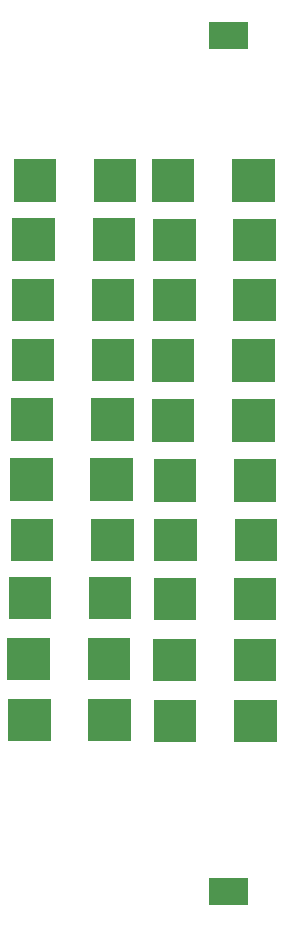
<source format=gts>
G04 #@! TF.GenerationSoftware,KiCad,Pcbnew,(5.0.2-5-10.14)*
G04 #@! TF.CreationDate,2019-05-06T20:34:37-02:30*
G04 #@! TF.ProjectId,bmsDropIn,626d7344-726f-4704-996e-2e6b69636164,rev?*
G04 #@! TF.SameCoordinates,Original*
G04 #@! TF.FileFunction,Soldermask,Top*
G04 #@! TF.FilePolarity,Negative*
%FSLAX46Y46*%
G04 Gerber Fmt 4.6, Leading zero omitted, Abs format (unit mm)*
G04 Created by KiCad (PCBNEW (5.0.2-5-10.14)) date Monday, May 06, 2019 at 08:34:37 pm*
%MOMM*%
%LPD*%
G01*
G04 APERTURE LIST*
%ADD10C,0.100000*%
G04 APERTURE END LIST*
D10*
G36*
X138231000Y-95381000D02*
X134929000Y-95381000D01*
X134929000Y-93079000D01*
X138231000Y-93079000D01*
X138231000Y-95381000D01*
X138231000Y-95381000D01*
G37*
G36*
X133841000Y-81581000D02*
X130239000Y-81581000D01*
X130239000Y-77979000D01*
X133841000Y-77979000D01*
X133841000Y-81581000D01*
X133841000Y-81581000D01*
G37*
G36*
X140641000Y-81581000D02*
X137039000Y-81581000D01*
X137039000Y-77979000D01*
X140641000Y-77979000D01*
X140641000Y-81581000D01*
X140641000Y-81581000D01*
G37*
G36*
X128291000Y-81491000D02*
X124689000Y-81491000D01*
X124689000Y-77889000D01*
X128291000Y-77889000D01*
X128291000Y-81491000D01*
X128291000Y-81491000D01*
G37*
G36*
X121491000Y-81491000D02*
X117889000Y-81491000D01*
X117889000Y-77889000D01*
X121491000Y-77889000D01*
X121491000Y-81491000D01*
X121491000Y-81491000D01*
G37*
G36*
X140601000Y-76411000D02*
X136999000Y-76411000D01*
X136999000Y-72809000D01*
X140601000Y-72809000D01*
X140601000Y-76411000D01*
X140601000Y-76411000D01*
G37*
G36*
X133801000Y-76411000D02*
X130199000Y-76411000D01*
X130199000Y-72809000D01*
X133801000Y-72809000D01*
X133801000Y-76411000D01*
X133801000Y-76411000D01*
G37*
G36*
X121441000Y-76341000D02*
X117839000Y-76341000D01*
X117839000Y-72739000D01*
X121441000Y-72739000D01*
X121441000Y-76341000D01*
X121441000Y-76341000D01*
G37*
G36*
X128241000Y-76341000D02*
X124639000Y-76341000D01*
X124639000Y-72739000D01*
X128241000Y-72739000D01*
X128241000Y-76341000D01*
X128241000Y-76341000D01*
G37*
G36*
X140621000Y-71231000D02*
X137019000Y-71231000D01*
X137019000Y-67629000D01*
X140621000Y-67629000D01*
X140621000Y-71231000D01*
X140621000Y-71231000D01*
G37*
G36*
X133821000Y-71231000D02*
X130219000Y-71231000D01*
X130219000Y-67629000D01*
X133821000Y-67629000D01*
X133821000Y-71231000D01*
X133821000Y-71231000D01*
G37*
G36*
X128341000Y-71171000D02*
X124739000Y-71171000D01*
X124739000Y-67569000D01*
X128341000Y-67569000D01*
X128341000Y-71171000D01*
X128341000Y-71171000D01*
G37*
G36*
X121541000Y-71171000D02*
X117939000Y-71171000D01*
X117939000Y-67569000D01*
X121541000Y-67569000D01*
X121541000Y-71171000D01*
X121541000Y-71171000D01*
G37*
G36*
X128521000Y-66261000D02*
X124919000Y-66261000D01*
X124919000Y-62659000D01*
X128521000Y-62659000D01*
X128521000Y-66261000D01*
X128521000Y-66261000D01*
G37*
G36*
X121721000Y-66261000D02*
X118119000Y-66261000D01*
X118119000Y-62659000D01*
X121721000Y-62659000D01*
X121721000Y-66261000D01*
X121721000Y-66261000D01*
G37*
G36*
X140691000Y-66241000D02*
X137089000Y-66241000D01*
X137089000Y-62639000D01*
X140691000Y-62639000D01*
X140691000Y-66241000D01*
X140691000Y-66241000D01*
G37*
G36*
X133891000Y-66241000D02*
X130289000Y-66241000D01*
X130289000Y-62639000D01*
X133891000Y-62639000D01*
X133891000Y-66241000D01*
X133891000Y-66241000D01*
G37*
G36*
X140621000Y-61231000D02*
X137019000Y-61231000D01*
X137019000Y-57629000D01*
X140621000Y-57629000D01*
X140621000Y-61231000D01*
X140621000Y-61231000D01*
G37*
G36*
X133821000Y-61231000D02*
X130219000Y-61231000D01*
X130219000Y-57629000D01*
X133821000Y-57629000D01*
X133821000Y-61231000D01*
X133821000Y-61231000D01*
G37*
G36*
X121671000Y-61131000D02*
X118069000Y-61131000D01*
X118069000Y-57529000D01*
X121671000Y-57529000D01*
X121671000Y-61131000D01*
X121671000Y-61131000D01*
G37*
G36*
X128471000Y-61131000D02*
X124869000Y-61131000D01*
X124869000Y-57529000D01*
X128471000Y-57529000D01*
X128471000Y-61131000D01*
X128471000Y-61131000D01*
G37*
G36*
X140481000Y-56121000D02*
X136879000Y-56121000D01*
X136879000Y-52519000D01*
X140481000Y-52519000D01*
X140481000Y-56121000D01*
X140481000Y-56121000D01*
G37*
G36*
X133681000Y-56121000D02*
X130079000Y-56121000D01*
X130079000Y-52519000D01*
X133681000Y-52519000D01*
X133681000Y-56121000D01*
X133681000Y-56121000D01*
G37*
G36*
X128541000Y-56031000D02*
X124939000Y-56031000D01*
X124939000Y-52429000D01*
X128541000Y-52429000D01*
X128541000Y-56031000D01*
X128541000Y-56031000D01*
G37*
G36*
X121741000Y-56031000D02*
X118139000Y-56031000D01*
X118139000Y-52429000D01*
X121741000Y-52429000D01*
X121741000Y-56031000D01*
X121741000Y-56031000D01*
G37*
G36*
X133681000Y-51041000D02*
X130079000Y-51041000D01*
X130079000Y-47439000D01*
X133681000Y-47439000D01*
X133681000Y-51041000D01*
X133681000Y-51041000D01*
G37*
G36*
X140481000Y-51041000D02*
X136879000Y-51041000D01*
X136879000Y-47439000D01*
X140481000Y-47439000D01*
X140481000Y-51041000D01*
X140481000Y-51041000D01*
G37*
G36*
X128591000Y-51001000D02*
X124989000Y-51001000D01*
X124989000Y-47399000D01*
X128591000Y-47399000D01*
X128591000Y-51001000D01*
X128591000Y-51001000D01*
G37*
G36*
X121791000Y-51001000D02*
X118189000Y-51001000D01*
X118189000Y-47399000D01*
X121791000Y-47399000D01*
X121791000Y-51001000D01*
X121791000Y-51001000D01*
G37*
G36*
X133781000Y-45941000D02*
X130179000Y-45941000D01*
X130179000Y-42339000D01*
X133781000Y-42339000D01*
X133781000Y-45941000D01*
X133781000Y-45941000D01*
G37*
G36*
X140581000Y-45941000D02*
X136979000Y-45941000D01*
X136979000Y-42339000D01*
X140581000Y-42339000D01*
X140581000Y-45941000D01*
X140581000Y-45941000D01*
G37*
G36*
X128591000Y-45921000D02*
X124989000Y-45921000D01*
X124989000Y-42319000D01*
X128591000Y-42319000D01*
X128591000Y-45921000D01*
X128591000Y-45921000D01*
G37*
G36*
X121791000Y-45921000D02*
X118189000Y-45921000D01*
X118189000Y-42319000D01*
X121791000Y-42319000D01*
X121791000Y-45921000D01*
X121791000Y-45921000D01*
G37*
G36*
X140581000Y-40851000D02*
X136979000Y-40851000D01*
X136979000Y-37249000D01*
X140581000Y-37249000D01*
X140581000Y-40851000D01*
X140581000Y-40851000D01*
G37*
G36*
X133781000Y-40851000D02*
X130179000Y-40851000D01*
X130179000Y-37249000D01*
X133781000Y-37249000D01*
X133781000Y-40851000D01*
X133781000Y-40851000D01*
G37*
G36*
X121871000Y-40831000D02*
X118269000Y-40831000D01*
X118269000Y-37229000D01*
X121871000Y-37229000D01*
X121871000Y-40831000D01*
X121871000Y-40831000D01*
G37*
G36*
X128671000Y-40831000D02*
X125069000Y-40831000D01*
X125069000Y-37229000D01*
X128671000Y-37229000D01*
X128671000Y-40831000D01*
X128671000Y-40831000D01*
G37*
G36*
X128761000Y-35811000D02*
X125159000Y-35811000D01*
X125159000Y-32209000D01*
X128761000Y-32209000D01*
X128761000Y-35811000D01*
X128761000Y-35811000D01*
G37*
G36*
X121961000Y-35811000D02*
X118359000Y-35811000D01*
X118359000Y-32209000D01*
X121961000Y-32209000D01*
X121961000Y-35811000D01*
X121961000Y-35811000D01*
G37*
G36*
X133681000Y-35801000D02*
X130079000Y-35801000D01*
X130079000Y-32199000D01*
X133681000Y-32199000D01*
X133681000Y-35801000D01*
X133681000Y-35801000D01*
G37*
G36*
X140481000Y-35801000D02*
X136879000Y-35801000D01*
X136879000Y-32199000D01*
X140481000Y-32199000D01*
X140481000Y-35801000D01*
X140481000Y-35801000D01*
G37*
G36*
X138201000Y-22901000D02*
X134899000Y-22901000D01*
X134899000Y-20599000D01*
X138201000Y-20599000D01*
X138201000Y-22901000D01*
X138201000Y-22901000D01*
G37*
M02*

</source>
